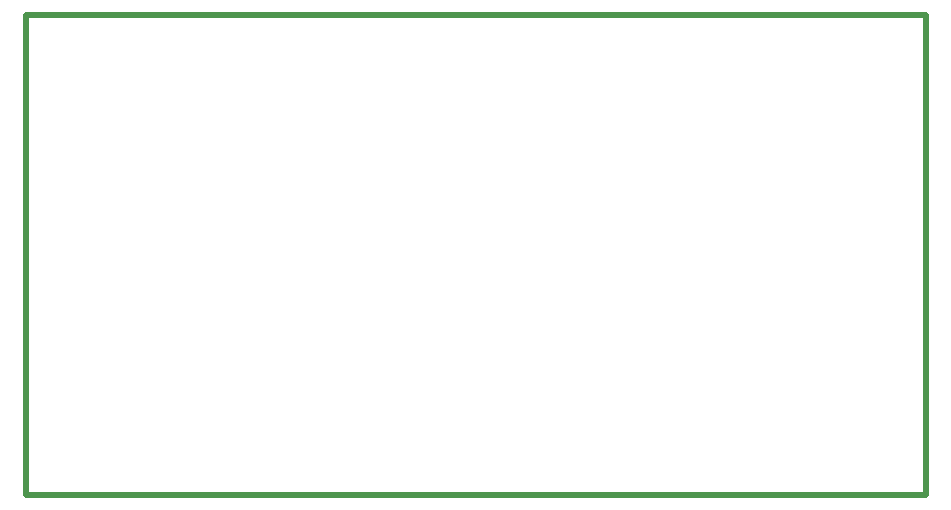
<source format=gm1>
G04*
G04 #@! TF.GenerationSoftware,Altium Limited,Altium Designer,19.1.7 (138)*
G04*
G04 Layer_Color=16711935*
%FSLAX25Y25*%
%MOIN*%
G70*
G01*
G75*
%ADD22C,0.02000*%
D22*
X0Y0D02*
Y160000D01*
X300000D01*
Y0D02*
Y160000D01*
X0Y0D02*
X300000D01*
M02*

</source>
